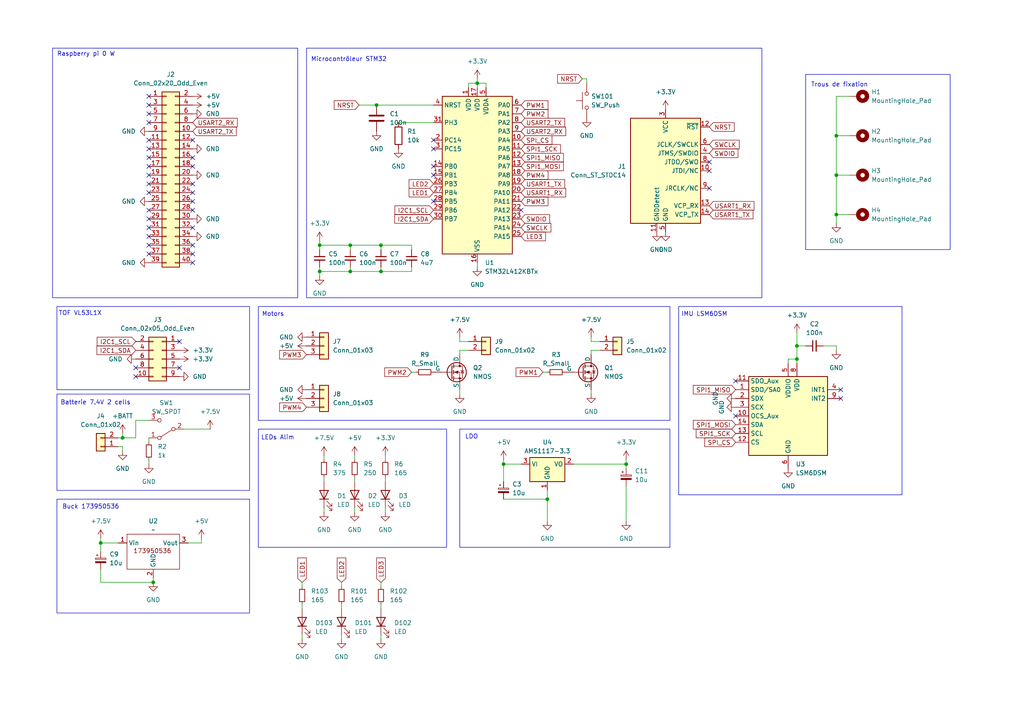
<source format=kicad_sch>
(kicad_sch (version 20231120) (generator "eeschema") (generator_version "8.0")
  (paper "A4")
  (title_block (title "Ingenuity") (date "2024-03-11") (rev "1.0") (company "ENSEA") (comment 1 "Kevin & Penelope & Joel & Elio"))
  (junction (at 44.45 168.91))
  (junction (at 242.57 62.23))
  (junction (at 29.21 157.48))
  (junction (at 158.75 144.78))
  (junction (at 92.71 71.12))
  (junction (at 110.49 71.12))
  (junction (at 138.43 24.13))
  (junction (at 242.57 39.37))
  (junction (at 181.61 134.62))
  (junction (at 109.22 30.48))
  (junction (at 35.56 127))
  (junction (at 110.49 78.74))
  (junction (at 231.14 104.14))
  (junction (at 92.71 78.74))
  (junction (at 146.05 134.62))
  (junction (at 101.6 78.74))
  (junction (at 231.14 100.33))
  (junction (at 242.57 50.8))
  (junction (at 101.6 71.12))
  (no_connect (at 43.18 53.34))
  (no_connect (at 243.84 113.03))
  (no_connect (at 55.88 60.96))
  (no_connect (at 43.18 43.18))
  (no_connect (at 125.73 48.26))
  (no_connect (at 55.88 48.26))
  (no_connect (at 55.88 55.88))
  (no_connect (at 55.88 66.04))
  (no_connect (at 205.74 54.61))
  (no_connect (at 43.18 63.5))
  (no_connect (at 43.18 55.88))
  (no_connect (at 43.18 30.48))
  (no_connect (at 39.37 109.22))
  (no_connect (at 125.73 50.8))
  (no_connect (at 125.73 58.42))
  (no_connect (at 125.73 40.64))
  (no_connect (at 213.36 110.49))
  (no_connect (at 43.18 45.72))
  (no_connect (at 243.84 115.57))
  (no_connect (at 205.74 46.99))
  (no_connect (at 55.88 76.2))
  (no_connect (at 43.18 60.96))
  (no_connect (at 43.18 48.26))
  (no_connect (at 43.18 71.12))
  (no_connect (at 52.07 106.68))
  (no_connect (at 43.18 40.64))
  (no_connect (at 213.36 120.65))
  (no_connect (at 43.18 50.8))
  (no_connect (at 205.74 49.53))
  (no_connect (at 43.18 73.66))
  (no_connect (at 55.88 45.72))
  (no_connect (at 43.18 33.02))
  (no_connect (at 43.18 66.04))
  (no_connect (at 151.13 60.96))
  (no_connect (at 55.88 40.64))
  (no_connect (at 43.18 68.58))
  (no_connect (at 55.88 53.34))
  (no_connect (at 43.18 27.94))
  (no_connect (at 39.37 106.68))
  (no_connect (at 55.88 58.42))
  (no_connect (at 43.18 35.56))
  (no_connect (at 52.07 99.06))
  (no_connect (at 55.88 73.66))
  (no_connect (at 125.73 43.18))
  (no_connect (at 55.88 71.12))
  (wire (pts (xy 34.29 157.48) (xy 29.21 157.48)))
  (wire (pts (xy 181.61 140.97) (xy 181.61 151.13)))
  (wire (pts (xy 242.57 62.23) (xy 242.57 64.77)))
  (wire (pts (xy 138.43 22.86) (xy 138.43 24.13)))
  (wire (pts (xy 242.57 62.23) (xy 246.38 62.23)))
  (wire (pts (xy 43.18 121.92) (xy 39.37 121.92)))
  (wire (pts (xy 138.43 25.4) (xy 138.43 24.13)))
  (wire (pts (xy 133.35 101.6) (xy 133.35 102.87)))
  (wire (pts (xy 35.56 130.81) (xy 35.56 129.54)))
  (wire (pts (xy 171.45 101.6) (xy 171.45 102.87)))
  (wire (pts (xy 135.89 101.6) (xy 133.35 101.6)))
  (wire (pts (xy 181.61 134.62) (xy 181.61 133.35)))
  (wire (pts (xy 93.98 138.43) (xy 93.98 139.7)))
  (wire (pts (xy 102.87 147.32) (xy 102.87 148.59)))
  (wire (pts (xy 101.6 78.74) (xy 110.49 78.74)))
  (wire (pts (xy 101.6 71.12) (xy 101.6 72.39)))
  (wire (pts (xy 92.71 69.85) (xy 92.71 71.12)))
  (wire (pts (xy 228.6 105.41) (xy 228.6 104.14)))
  (wire (pts (xy 39.37 127) (xy 35.56 127)))
  (wire (pts (xy 231.14 100.33) (xy 231.14 104.14)))
  (wire (pts (xy 101.6 77.47) (xy 101.6 78.74)))
  (wire (pts (xy 146.05 134.62) (xy 146.05 139.7)))
  (wire (pts (xy 35.56 125.73) (xy 35.56 127)))
  (wire (pts (xy 133.35 97.79) (xy 133.35 99.06)))
  (wire (pts (xy 110.49 77.47) (xy 110.49 78.74)))
  (wire (pts (xy 34.29 129.54) (xy 35.56 129.54)))
  (wire (pts (xy 242.57 39.37) (xy 246.38 39.37)))
  (wire (pts (xy 44.45 167.64) (xy 44.45 168.91)))
  (wire (pts (xy 233.68 100.33) (xy 231.14 100.33)))
  (wire (pts (xy 242.57 100.33) (xy 242.57 101.6)))
  (wire (pts (xy 119.38 72.39) (xy 119.38 71.12)))
  (wire (pts (xy 101.6 71.12) (xy 110.49 71.12)))
  (wire (pts (xy 87.63 168.91) (xy 87.63 170.18)))
  (wire (pts (xy 102.87 138.43) (xy 102.87 139.7)))
  (wire (pts (xy 93.98 148.59) (xy 93.98 147.32)))
  (wire (pts (xy 92.71 77.47) (xy 92.71 78.74)))
  (wire (pts (xy 110.49 78.74) (xy 119.38 78.74)))
  (wire (pts (xy 110.49 168.91) (xy 110.49 170.18)))
  (wire (pts (xy 242.57 50.8) (xy 246.38 50.8)))
  (wire (pts (xy 157.48 107.95) (xy 158.75 107.95)))
  (wire (pts (xy 115.57 35.56) (xy 125.73 35.56)))
  (wire (pts (xy 158.75 142.24) (xy 158.75 144.78)))
  (wire (pts (xy 168.91 22.86) (xy 170.18 22.86)))
  (wire (pts (xy 171.45 113.03) (xy 171.45 114.3)))
  (wire (pts (xy 133.35 113.03) (xy 133.35 114.3)))
  (wire (pts (xy 99.06 168.91) (xy 99.06 170.18)))
  (wire (pts (xy 140.97 24.13) (xy 140.97 25.4)))
  (wire (pts (xy 166.37 134.62) (xy 181.61 134.62)))
  (wire (pts (xy 93.98 132.08) (xy 93.98 133.35)))
  (wire (pts (xy 170.18 24.13) (xy 170.18 22.86)))
  (wire (pts (xy 173.99 101.6) (xy 171.45 101.6)))
  (wire (pts (xy 34.29 127) (xy 35.56 127)))
  (wire (pts (xy 181.61 134.62) (xy 181.61 135.89)))
  (wire (pts (xy 102.87 132.08) (xy 102.87 133.35)))
  (wire (pts (xy 99.06 175.26) (xy 99.06 176.53)))
  (wire (pts (xy 133.35 99.06) (xy 135.89 99.06)))
  (wire (pts (xy 119.38 107.95) (xy 120.65 107.95)))
  (wire (pts (xy 29.21 165.1) (xy 29.21 168.91)))
  (wire (pts (xy 171.45 99.06) (xy 173.99 99.06)))
  (wire (pts (xy 43.18 127) (xy 43.18 128.27)))
  (wire (pts (xy 104.14 30.48) (xy 109.22 30.48)))
  (wire (pts (xy 58.42 157.48) (xy 54.61 157.48)))
  (wire (pts (xy 138.43 24.13) (xy 135.89 24.13)))
  (wire (pts (xy 99.06 184.15) (xy 99.06 185.42)))
  (wire (pts (xy 242.57 27.94) (xy 242.57 39.37)))
  (wire (pts (xy 92.71 71.12) (xy 101.6 71.12)))
  (wire (pts (xy 58.42 156.21) (xy 58.42 157.48)))
  (wire (pts (xy 110.49 175.26) (xy 110.49 176.53)))
  (wire (pts (xy 231.14 96.52) (xy 231.14 100.33)))
  (wire (pts (xy 135.89 24.13) (xy 135.89 25.4)))
  (wire (pts (xy 87.63 184.15) (xy 87.63 185.42)))
  (wire (pts (xy 146.05 134.62) (xy 151.13 134.62)))
  (wire (pts (xy 138.43 76.2) (xy 138.43 77.47)))
  (wire (pts (xy 110.49 184.15) (xy 110.49 185.42)))
  (wire (pts (xy 111.76 138.43) (xy 111.76 139.7)))
  (wire (pts (xy 110.49 71.12) (xy 119.38 71.12)))
  (wire (pts (xy 43.18 133.35) (xy 43.18 134.62)))
  (wire (pts (xy 231.14 104.14) (xy 231.14 105.41)))
  (wire (pts (xy 29.21 157.48) (xy 29.21 160.02)))
  (wire (pts (xy 246.38 27.94) (xy 242.57 27.94)))
  (wire (pts (xy 242.57 39.37) (xy 242.57 50.8)))
  (wire (pts (xy 87.63 175.26) (xy 87.63 176.53)))
  (wire (pts (xy 111.76 132.08) (xy 111.76 133.35)))
  (wire (pts (xy 242.57 50.8) (xy 242.57 62.23)))
  (wire (pts (xy 171.45 97.79) (xy 171.45 99.06)))
  (wire (pts (xy 146.05 133.35) (xy 146.05 134.62)))
  (wire (pts (xy 92.71 78.74) (xy 92.71 80.01)))
  (wire (pts (xy 109.22 30.48) (xy 125.73 30.48)))
  (wire (pts (xy 138.43 24.13) (xy 140.97 24.13)))
  (wire (pts (xy 39.37 121.92) (xy 39.37 127)))
  (wire (pts (xy 92.71 71.12) (xy 92.71 72.39)))
  (wire (pts (xy 119.38 77.47) (xy 119.38 78.74)))
  (wire (pts (xy 110.49 71.12) (xy 110.49 72.39)))
  (wire (pts (xy 228.6 104.14) (xy 231.14 104.14)))
  (wire (pts (xy 29.21 168.91) (xy 44.45 168.91)))
  (wire (pts (xy 158.75 144.78) (xy 158.75 151.13)))
  (wire (pts (xy 238.76 100.33) (xy 242.57 100.33)))
  (wire (pts (xy 29.21 156.21) (xy 29.21 157.48)))
  (wire (pts (xy 92.71 78.74) (xy 101.6 78.74)))
  (wire (pts (xy 146.05 144.78) (xy 158.75 144.78)))
  (wire (pts (xy 53.34 124.46) (xy 60.96 124.46)))
  (wire (pts (xy 111.76 147.32) (xy 111.76 148.59)))
  (rectangle (start 15.24 13.97) (end 86.36 86.36))
  (rectangle (start 233.68 21.59) (end 275.59 72.39))
  (rectangle (start 16.51 88.9) (end 72.39 113.03))
  (rectangle (start 16.51 144.78) (end 72.39 177.8))
  (rectangle (start 88.9 13.97) (end 220.98 86.36))
  (rectangle (start 16.51 114.3) (end 72.39 142.24))
  (rectangle (start 133.35 124.46) (end 194.31 158.75))
  (rectangle (start 196.85 88.9) (end 261.62 143.51))
  (rectangle (start 74.93 88.9) (end 194.31 121.92))
  (rectangle (start 74.93 124.46) (end 129.54 158.75))
  (text "Trous de fixation" (at 235.204 25.4 0) (effects (font (size 1.27 1.27)) (justify left bottom)))
  (text "Motors\n" (at 75.946 91.948 0) (effects (font (size 1.27 1.27)) (justify left bottom)))
  (text "LDO" (at 134.874 127.508 0) (effects (font (size 1.27 1.27)) (justify left bottom)))
  (text "Buck 173950536\n" (at 18.034 147.828 0) (effects (font (size 1.27 1.27)) (justify left bottom)))
  (text "Raspberry pi 0 W" (at 16.51 16.51 0) (effects (font (size 1.27 1.27)) (justify left bottom)))
  (text "IMU LSM6DSM\n" (at 197.612 91.948 0) (effects (font (size 1.27 1.27)) (justify left bottom)))
  (text "Batterie 7.4V 2 cells\n" (at 17.526 117.602 0) (effects (font (size 1.27 1.27)) (justify left bottom)))
  (text "LEDs Alim\n" (at 75.692 127.762 0) (effects (font (size 1.27 1.27)) (justify left bottom)))
  (text "Microcontrôleur STM32" (at 90.17 18.034 0) (effects (font (size 1.27 1.27)) (justify left bottom)))
  (text "TOF VL53L1X" (at 17.018 91.694 0) (effects (font (size 1.27 1.27)) (justify left bottom)))
  (global_label "PWM1" (shape input) (at 157.48 107.95 180) (property "Intersheetrefs" "${INTERSHEET_REFS}" (effects (hide yes))))
  (global_label "SWDIO" (shape input) (at 151.13 63.5 0) (property "Intersheetrefs" "${INTERSHEET_REFS}" (effects (hide yes))))
  (global_label "SPI1_SCK" (shape input) (at 151.13 43.18 0) (property "Intersheetrefs" "${INTERSHEET_REFS}" (effects (hide yes))))
  (global_label "USART1_RX" (shape input) (at 205.74 59.69 0) (property "Intersheetrefs" "${INTERSHEET_REFS}" (effects (hide yes))))
  (global_label "NRST" (shape input) (at 205.74 36.83 0) (property "Intersheetrefs" "${INTERSHEET_REFS}" (effects (hide yes))))
  (global_label "USART1_TX" (shape input) (at 205.74 62.23 0) (property "Intersheetrefs" "${INTERSHEET_REFS}" (effects (hide yes))))
  (global_label "NRST" (shape input) (at 168.91 22.86 180) (property "Intersheetrefs" "${INTERSHEET_REFS}" (effects (hide yes))))
  (global_label "PWM1" (shape input) (at 151.13 30.48 0) (property "Intersheetrefs" "${INTERSHEET_REFS}" (effects (hide yes))))
  (global_label "SPI1_MOSI" (shape input) (at 213.36 123.19 180) (property "Intersheetrefs" "${INTERSHEET_REFS}" (effects (hide yes))))
  (global_label "USART2_RX" (shape input) (at 151.13 38.1 0) (property "Intersheetrefs" "${INTERSHEET_REFS}" (effects (hide yes))))
  (global_label "USART1_RX" (shape input) (at 151.13 55.88 0) (property "Intersheetrefs" "${INTERSHEET_REFS}" (effects (hide yes))))
  (global_label "USART2_RX" (shape input) (at 55.88 35.56 0) (property "Intersheetrefs" "${INTERSHEET_REFS}" (effects (hide yes))))
  (global_label "I2C1_SDA" (shape input) (at 39.37 101.6 180) (property "Intersheetrefs" "${INTERSHEET_REFS}" (effects (hide yes))))
  (global_label "SPI1_MOSI" (shape input) (at 151.13 48.26 0) (property "Intersheetrefs" "${INTERSHEET_REFS}" (effects (hide yes))))
  (global_label "SPI_CS" (shape input) (at 213.36 128.27 180) (property "Intersheetrefs" "${INTERSHEET_REFS}" (effects (hide yes))))
  (global_label "I2C1_SDA" (shape input) (at 125.73 63.5 180) (property "Intersheetrefs" "${INTERSHEET_REFS}" (effects (hide yes))))
  (global_label "PWM2" (shape input) (at 151.13 33.02 0) (property "Intersheetrefs" "${INTERSHEET_REFS}" (effects (hide yes))))
  (global_label "PWM3" (shape input) (at 88.9 102.87 180) (property "Intersheetrefs" "${INTERSHEET_REFS}" (effects (hide yes))))
  (global_label "SWCLK" (shape input) (at 151.13 66.04 0) (property "Intersheetrefs" "${INTERSHEET_REFS}" (effects (hide yes))))
  (global_label "LED2" (shape input) (at 99.06 168.91 90) (property "Intersheetrefs" "${INTERSHEET_REFS}" (effects (hide yes))))
  (global_label "PWM3" (shape input) (at 151.13 58.42 0) (property "Intersheetrefs" "${INTERSHEET_REFS}" (effects (hide yes))))
  (global_label "LED3" (shape input) (at 151.13 68.58 0) (property "Intersheetrefs" "${INTERSHEET_REFS}" (effects (hide yes))))
  (global_label "PWM4" (shape input) (at 151.13 50.8 0) (property "Intersheetrefs" "${INTERSHEET_REFS}" (effects (hide yes))))
  (global_label "LED2" (shape input) (at 125.73 53.34 180) (property "Intersheetrefs" "${INTERSHEET_REFS}" (effects (hide yes))))
  (global_label "USART2_TX" (shape input) (at 151.13 35.56 0) (property "Intersheetrefs" "${INTERSHEET_REFS}" (effects (hide yes))))
  (global_label "LED1" (shape input) (at 125.73 55.88 180) (property "Intersheetrefs" "${INTERSHEET_REFS}" (effects (hide yes))))
  (global_label "SWDIO" (shape input) (at 205.74 44.45 0) (property "Intersheetrefs" "${INTERSHEET_REFS}" (effects (hide yes))))
  (global_label "SPI_CS" (shape input) (at 151.13 40.64 0) (property "Intersheetrefs" "${INTERSHEET_REFS}" (effects (hide yes))))
  (global_label "SPI1_SCK" (shape input) (at 213.36 125.73 180) (property "Intersheetrefs" "${INTERSHEET_REFS}" (effects (hide yes))))
  (global_label "SWCLK" (shape input) (at 205.74 41.91 0) (property "Intersheetrefs" "${INTERSHEET_REFS}" (effects (hide yes))))
  (global_label "SPI1_MISO" (shape input) (at 151.13 45.72 0) (property "Intersheetrefs" "${INTERSHEET_REFS}" (effects (hide yes))))
  (global_label "I2C1_SCL" (shape input) (at 39.37 99.06 180) (property "Intersheetrefs" "${INTERSHEET_REFS}" (effects (hide yes))))
  (global_label "USART2_TX" (shape input) (at 55.88 38.1 0) (property "Intersheetrefs" "${INTERSHEET_REFS}" (effects (hide yes))))
  (global_label "PWM2" (shape input) (at 119.38 107.95 180) (property "Intersheetrefs" "${INTERSHEET_REFS}" (effects (hide yes))))
  (global_label "LED3" (shape input) (at 110.49 168.91 90) (property "Intersheetrefs" "${INTERSHEET_REFS}" (effects (hide yes))))
  (global_label "PWM4" (shape input) (at 88.9 118.11 180) (property "Intersheetrefs" "${INTERSHEET_REFS}" (effects (hide yes))))
  (global_label "USART1_TX" (shape input) (at 151.13 53.34 0) (property "Intersheetrefs" "${INTERSHEET_REFS}" (effects (hide yes))))
  (global_label "NRST" (shape input) (at 104.14 30.48 180) (property "Intersheetrefs" "${INTERSHEET_REFS}" (effects (hide yes))))
  (global_label "I2C1_SCL" (shape input) (at 125.73 60.96 180) (property "Intersheetrefs" "${INTERSHEET_REFS}" (effects (hide yes))))
  (global_label "LED1" (shape input) (at 87.63 168.91 90) (property "Intersheetrefs" "${INTERSHEET_REFS}" (effects (hide yes))))
  (global_label "SPI1_MISO" (shape input) (at 213.36 113.03 180) (property "Intersheetrefs" "${INTERSHEET_REFS}" (effects (hide yes))))
  (symbol (lib_id "Device:R_Small") (at 123.19 107.95 90) (unit 1)
    (property "Reference" "R9" (at 123.19 102.87 90))
    (property "Value" "R_Small" (at 123.19 105.41 90))
    (property "Footprint" "Resistor_SMD:R_0402_1005Metric" (effects (hide yes)))
    (property "Description" "Resistor, small symbol" (effects (hide yes)))
  )
  (symbol (lib_name "GND_1") (lib_id "power:GND") (at 109.22 38.1 0) (unit 1)
    (property "Reference" "#PWR07" (effects (hide yes)))
    (property "Value" "GND" (at 109.22 43.18 0))
    (property "Description" "Power symbol creates a global label with name \"GND\" , ground" (effects (hide yes)))
  )
  (symbol (lib_id "Device:C_Polarized_Small") (at 181.61 138.43 0) (unit 1)
    (property "Reference" "C11" (at 184.15 136.6138 0) (effects (justify left)))
    (property "Value" "10u" (at 184.15 139.1538 0) (effects (justify left)))
    (property "Footprint" "Capacitor_SMD:C_0603_1608Metric" (effects (hide yes)))
    (property "Description" "Polarized capacitor, small symbol" (effects (hide yes)))
  )
  (symbol (lib_id "power:GND") (at 171.45 114.3 0) (unit 1)
    (property "Reference" "#PWR039" (effects (hide yes)))
    (property "Value" "GND" (at 171.45 119.38 0))
    (property "Description" "Power symbol creates a global label with name \"GND\" , ground" (effects (hide yes)))
  )
  (symbol (lib_id "power:+BATT") (at 35.56 125.73 0) (unit 1)
    (property "Reference" "#PWR032" (effects (hide yes)))
    (property "Value" "+BATT" (at 35.56 120.65 0))
    (property "Description" "Power symbol creates a global label with name \"+BATT\"" (effects (hide yes)))
  )
  (symbol (lib_id "Switch:SW_Push") (at 170.18 29.21 90) (unit 1)
    (property "Reference" "SW101" (at 171.45 27.9399 90) (effects (justify right)))
    (property "Value" "SW_Push" (at 171.45 30.4799 90) (effects (justify right)))
    (property "Footprint" "Button_Switch_SMD:SW_Push_1P1T_NO_6x6mm_H9.5mm" (effects (hide yes)))
    (property "Description" "Push button switch, generic, two pins" (effects (hide yes)))
  )
  (symbol (lib_id "power:GND") (at 102.87 148.59 0) (unit 1)
    (property "Reference" "#PWR050" (effects (hide yes)))
    (property "Value" "GND" (at 102.87 153.67 0))
    (property "Description" "Power symbol creates a global label with name \"GND\" , ground" (effects (hide yes)))
  )
  (symbol (lib_id "Mechanical:MountingHole_Pad") (at 248.92 39.37 270) (unit 1)
    (property "Reference" "H2" (at 252.73 38.1 90) (effects (justify left)))
    (property "Value" "MountingHole_Pad" (at 252.73 40.64 90) (effects (justify left)))
    (property "Footprint" "MountingHole:MountingHole_2.7mm_M2.5_DIN965_Pad" (effects (hide yes)))
  )
  (symbol (lib_id "power:+7.5V") (at 171.45 97.79 0) (unit 1)
    (property "Reference" "#PWR038" (effects (hide yes)))
    (property "Value" "+7.5V" (at 171.45 92.71 0))
    (property "Description" "Power symbol creates a global label with name \"+7.5V\"" (effects (hide yes)))
  )
  (symbol (lib_id "power:GND") (at 93.98 148.59 0) (unit 1)
    (property "Reference" "#PWR049" (effects (hide yes)))
    (property "Value" "GND" (at 93.98 153.67 0))
    (property "Description" "Power symbol creates a global label with name \"GND\" , ground" (effects (hide yes)))
  )
  (symbol (lib_id "Connector_Generic:Conn_02x05_Odd_Even") (at 46.99 104.14 0) (mirror y) (unit 1)
    (property "Reference" "J3" (at 45.72 92.71 0))
    (property "Value" "Conn_02x05_Odd_Even" (at 45.72 95.25 0))
    (property "Footprint" "Connector_PinHeader_2.54mm:PinHeader_2x05_P2.54mm_Vertical" (effects (hide yes)))
    (property "Description" "Generic connector, double row, 02x05, odd/even pin numbering scheme (row 1 odd numbers, row 2 even numbers), script generated (kicad-library-utils/schlib/autogen/connector/)" (effects (hide yes)))
  )
  (symbol (lib_id "power:GND") (at 213.36 118.11 270) (mirror x) (unit 1)
    (property "Reference" "#PWR09" (effects (hide yes)))
    (property "Value" "GND" (at 209.296 118.11 0))
    (property "Description" "Power symbol creates a global label with name \"GND\" , ground" (effects (hide yes)))
  )
  (symbol (lib_id "power:+5V") (at 58.42 156.21 0) (unit 1)
    (property "Reference" "#PWR037" (effects (hide yes)))
    (property "Value" "+5V" (at 58.42 151.13 0))
    (property "Description" "Power symbol creates a global label with name \"+5V\"" (effects (hide yes)))
  )
  (symbol (lib_id "Connector_Generic:Conn_01x02") (at 179.07 99.06 0) (unit 1)
    (property "Reference" "J5" (at 181.61 99.0599 0) (effects (justify left)))
    (property "Value" "Conn_01x02" (at 181.61 101.5999 0) (effects (justify left)))
    (property "Footprint" "Connector_JST:JST_XH_B2B-XH-A_1x02_P2.50mm_Vertical" (effects (hide yes)))
    (property "Description" "Generic connector, single row, 01x02, script generated (kicad-library-utils/schlib/autogen/connector/)" (effects (hide yes)))
  )
  (symbol (lib_id "power:GND") (at 111.76 148.59 0) (unit 1)
    (property "Reference" "#PWR051" (effects (hide yes)))
    (property "Value" "GND" (at 111.76 153.67 0))
    (property "Description" "Power symbol creates a global label with name \"GND\" , ground" (effects (hide yes)))
  )
  (symbol (lib_id "power:GND") (at 88.9 97.79 270) (unit 1)
    (property "Reference" "#PWR040" (effects (hide yes)))
    (property "Value" "GND" (at 85.09 97.7899 90) (effects (justify right)))
    (property "Description" "Power symbol creates a global label with name \"GND\" , ground" (effects (hide yes)))
  )
  (symbol (lib_id "Device:R_Small") (at 111.76 135.89 0) (unit 1)
    (property "Reference" "R6" (at 114.3 134.6199 0) (effects (justify left)))
    (property "Value" "165" (at 114.3 137.1599 0) (effects (justify left)))
    (property "Footprint" "Resistor_SMD:R_0402_1005Metric" (effects (hide yes)))
    (property "Description" "Resistor, small symbol" (effects (hide yes)))
  )
  (symbol (lib_id "Device:LED") (at 99.06 180.34 90) (unit 1)
    (property "Reference" "D101" (at 102.87 180.6574 90) (effects (justify right)))
    (property "Value" "LED" (at 102.87 183.1974 90) (effects (justify right)))
    (property "Footprint" "LED_SMD:LED_0603_1608Metric" (effects (hide yes)))
    (property "Description" "Light emitting diode" (effects (hide yes)))
  )
  (symbol (lib_id "power:GND") (at 55.88 68.58 90) (unit 1)
    (property "Reference" "#PWR020" (effects (hide yes)))
    (property "Value" "GND" (at 59.69 68.5799 90) (effects (justify right)))
    (property "Description" "Power symbol creates a global label with name \"GND\" , ground" (effects (hide yes)))
  )
  (symbol (lib_id "Regulator_Linear:AMS1117-3.3") (at 158.75 134.62 0) (unit 1)
    (property "Reference" "U4" (at 158.75 128.27 0))
    (property "Value" "AMS1117-3.3" (at 158.75 130.81 0))
    (property "Footprint" "Package_TO_SOT_SMD:SOT-223-3_TabPin2" (effects (hide yes)))
    (property "Datasheet" "http://www.advanced-monolithic.com/pdf/ds1117.pdf" (effects (hide yes)))
    (property "Description" "1A Low Dropout regulator, positive, 3.3V fixed output, SOT-223" (effects (hide yes)))
  )
  (symbol (lib_id "power:GND") (at 158.75 151.13 0) (unit 1)
    (property "Reference" "#PWR043" (effects (hide yes)))
    (property "Value" "GND" (at 158.75 156.21 0))
    (property "Description" "Power symbol creates a global label with name \"GND\" , ground" (effects (hide yes)))
  )
  (symbol (lib_id "power:GND") (at 35.56 130.81 0) (unit 1)
    (property "Reference" "#PWR031" (effects (hide yes)))
    (property "Value" "GND" (at 35.56 135.89 0))
    (property "Description" "Power symbol creates a global label with name \"GND\" , ground" (effects (hide yes)))
  )
  (symbol (lib_id "power:GND") (at 138.43 77.47 0) (unit 1)
    (property "Reference" "#PWR04" (effects (hide yes)))
    (property "Value" "GND" (at 138.43 82.55 0))
  )
  (symbol (lib_id "Device:C_Small") (at 110.49 74.93 0) (unit 1)
    (property "Reference" "C7" (at 113.03 73.6662 0) (effects (justify left)))
    (property "Value" "100n" (at 113.03 76.2062 0) (effects (justify left)))
    (property "Footprint" "Capacitor_SMD:C_0402_1005Metric" (effects (hide yes)))
    (property "Description" "Unpolarized capacitor, small symbol" (effects (hide yes)))
  )
  (symbol (lib_id "Device:R_Small") (at 161.29 107.95 90) (unit 1)
    (property "Reference" "R3" (at 161.29 102.87 90))
    (property "Value" "R_Small" (at 161.29 105.41 90))
    (property "Footprint" "Resistor_SMD:R_0402_1005Metric" (effects (hide yes)))
    (property "Description" "Resistor, small symbol" (effects (hide yes)))
  )
  (symbol (lib_id "power:GND") (at 242.57 64.77 0) (unit 1)
    (property "Reference" "#PWR01" (effects (hide yes)))
    (property "Value" "GND" (at 242.57 69.85 0))
  )
  (symbol (lib_id "Sensor_Motion:LSM6DSM") (at 228.6 120.65 0) (unit 1)
    (property "Reference" "U3" (at 230.7941 134.62 0) (effects (justify left)))
    (property "Value" "LSM6DSM" (at 230.7941 137.16 0) (effects (justify left)))
    (property "Footprint" "Package_LGA:LGA-14_3x2.5mm_P0.5mm_LayoutBorder3x4y" (effects (hide yes)))
    (property "Datasheet" "https://www.st.com/resource/en/datasheet/lsm6dsm.pdf" (effects (hide yes)))
    (property "Description" "I2C/SPI, iNEMO inertial module: always-on 3D accelerometer and 3D gyroscope, with auxiliary SPI, 1.71V to 3.6V VCC" (effects (hide yes)))
  )
  (symbol (lib_id "Mechanical:MountingHole_Pad") (at 248.92 50.8 270) (unit 1)
    (property "Reference" "H3" (at 252.73 49.53 90) (effects (justify left)))
    (property "Value" "MountingHole_Pad" (at 252.73 52.07 90) (effects (justify left)))
    (property "Footprint" "MountingHole:MountingHole_2.7mm_M2.5_DIN965_Pad" (effects (hide yes)))
  )
  (symbol (lib_id "Switch:SW_SPDT") (at 48.26 124.46 180) (unit 1)
    (property "Reference" "SW1" (at 48.26 116.84 0))
    (property "Value" "SW_SPDT" (at 48.26 119.38 0))
    (property "Footprint" "mesmodules:SW_472121010111" (effects (hide yes)))
    (property "Description" "Switch, single pole double throw" (effects (hide yes)))
    (property "MPN" "472121010111" (effects (hide yes)))
  )
  (symbol (lib_id "power:+5V") (at 55.88 30.48 270) (unit 1)
    (property "Reference" "#PWR015" (effects (hide yes)))
    (property "Value" "+5V" (at 59.69 30.4799 90) (effects (justify left)))
    (property "Description" "Power symbol creates a global label with name \"+5V\"" (effects (hide yes)))
  )
  (symbol (lib_id "power:+5V") (at 88.9 115.57 90) (unit 1)
    (property "Reference" "#PWR047" (effects (hide yes)))
    (property "Value" "+5V" (at 85.09 115.5699 90) (effects (justify left)))
    (property "Description" "Power symbol creates a global label with name \"+5V\"" (effects (hide yes)))
  )
  (symbol (lib_id "power:+3.3V") (at 231.14 96.52 0) (unit 1)
    (property "Reference" "#PWR08" (effects (hide yes)))
    (property "Value" "+3.3V" (at 231.14 91.44 0))
    (property "Description" "Power symbol creates a global label with name \"+3.3V\"" (effects (hide yes)))
  )
  (symbol (lib_id "power:GND") (at 99.06 185.42 0) (unit 1)
    (property "Reference" "#PWR0103" (effects (hide yes)))
    (property "Value" "GND" (at 99.06 190.5 0))
    (property "Description" "Power symbol creates a global label with name \"GND\" , ground" (effects (hide yes)))
  )
  (symbol (lib_id "power:GND") (at 88.9 113.03 270) (unit 1)
    (property "Reference" "#PWR048" (effects (hide yes)))
    (property "Value" "GND" (at 85.09 113.0299 90) (effects (justify right)))
    (property "Description" "Power symbol creates a global label with name \"GND\" , ground" (effects (hide yes)))
  )
  (symbol (lib_id "Device:LED") (at 87.63 180.34 90) (unit 1)
    (property "Reference" "D103" (at 91.44 180.6574 90) (effects (justify right)))
    (property "Value" "LED" (at 91.44 183.1974 90) (effects (justify right)))
    (property "Footprint" "LED_SMD:LED_0603_1608Metric" (effects (hide yes)))
    (property "Description" "Light emitting diode" (effects (hide yes)))
  )
  (symbol (lib_id "Device:LED") (at 93.98 143.51 90) (unit 1)
    (property "Reference" "D1" (at 97.79 143.8274 90) (effects (justify right)))
    (property "Value" "LED" (at 97.79 146.3674 90) (effects (justify right)))
    (property "Footprint" "LED_SMD:LED_0603_1608Metric" (effects (hide yes)))
    (property "Description" "Light emitting diode" (effects (hide yes)))
  )
  (symbol (lib_id "Device:LED") (at 111.76 143.51 90) (unit 1)
    (property "Reference" "D3" (at 115.57 143.8274 90) (effects (justify right)))
    (property "Value" "LED" (at 115.57 146.3674 90) (effects (justify right)))
    (property "Footprint" "LED_SMD:LED_0603_1608Metric" (effects (hide yes)))
    (property "Description" "Light emitting diode" (effects (hide yes)))
  )
  (symbol (lib_id "Connector_Generic:Conn_02x20_Odd_Even") (at 48.26 50.8 0) (unit 1)
    (property "Reference" "J2" (at 49.53 21.59 0))
    (property "Value" "Conn_02x20_Odd_Even" (at 49.53 24.13 0))
    (property "Footprint" "Connector_PinHeader_2.54mm:PinHeader_2x20_P2.54mm_Vertical" (effects (hide yes)))
    (property "Description" "Generic connector, double row, 02x20, odd/even pin numbering scheme (row 1 odd numbers, row 2 even numbers), script generated (kicad-library-utils/schlib/autogen/connector/)" (effects (hide yes)))
  )
  (symbol (lib_id "Device:C_Small") (at 92.71 74.93 0) (unit 1)
    (property "Reference" "C5" (at 95.25 73.6662 0) (effects (justify left)))
    (property "Value" "100n" (at 95.25 76.2062 0) (effects (justify left)))
    (property "Footprint" "Capacitor_SMD:C_0402_1005Metric" (effects (hide yes)))
    (property "Description" "Unpolarized capacitor, small symbol" (effects (hide yes)))
  )
  (symbol (lib_id "power:+5V") (at 146.05 133.35 0) (unit 1)
    (property "Reference" "#PWR042" (effects (hide yes)))
    (property "Value" "+5V" (at 146.05 128.27 0))
    (property "Description" "Power symbol creates a global label with name \"+5V\"" (effects (hide yes)))
  )
  (symbol (lib_id "power:+7.5V") (at 93.98 132.08 0) (unit 1)
    (property "Reference" "#PWR044" (effects (hide yes)))
    (property "Value" "+7.5V" (at 93.98 127 0))
    (property "Description" "Power symbol creates a global label with name \"+7.5V\"" (effects (hide yes)))
  )
  (symbol (lib_id "power:+3.3V") (at 111.76 132.08 0) (unit 1)
    (property "Reference" "#PWR046" (effects (hide yes)))
    (property "Value" "+3.3V" (at 111.76 127 0))
    (property "Description" "Power symbol creates a global label with name \"+3.3V\"" (effects (hide yes)))
  )
  (symbol (lib_id "Device:R_Small") (at 93.98 135.89 0) (unit 1)
    (property "Reference" "R4" (at 96.52 134.6199 0) (effects (justify left)))
    (property "Value" "375" (at 96.52 137.1599 0) (effects (justify left)))
    (property "Footprint" "Resistor_SMD:R_0402_1005Metric" (effects (hide yes)))
    (property "Description" "Resistor, small symbol" (effects (hide yes)))
  )
  (symbol (lib_id "power:GND") (at 55.88 33.02 90) (unit 1)
    (property "Reference" "#PWR016" (effects (hide yes)))
    (property "Value" "GND" (at 59.69 33.0199 90) (effects (justify right)))
    (property "Description" "Power symbol creates a global label with name \"GND\" , ground" (effects (hide yes)))
  )
  (symbol (lib_id "Connector_Generic:Conn_01x03") (at 93.98 115.57 0) (unit 1)
    (property "Reference" "J8" (at 96.52 114.2999 0) (effects (justify left)))
    (property "Value" "Conn_01x03" (at 96.52 116.8399 0) (effects (justify left)))
    (property "Footprint" "Connector_JST:JST_XH_B3B-XH-A_1x03_P2.50mm_Vertical" (effects (hide yes)))
    (property "Description" "Generic connector, single row, 01x03, script generated (kicad-library-utils/schlib/autogen/connector/)" (effects (hide yes)))
  )
  (symbol (lib_id "power:GND") (at 87.63 185.42 0) (unit 1)
    (property "Reference" "#PWR0107" (effects (hide yes)))
    (property "Value" "GND" (at 87.63 190.5 0))
    (property "Description" "Power symbol creates a global label with name \"GND\" , ground" (effects (hide yes)))
  )
  (symbol (lib_id "power:+7.5V") (at 133.35 97.79 0) (unit 1)
    (property "Reference" "#PWR055" (effects (hide yes)))
    (property "Value" "+7.5V" (at 133.35 92.71 0))
    (property "Description" "Power symbol creates a global label with name \"+7.5V\"" (effects (hide yes)))
  )
  (symbol (lib_id "power:GND") (at 55.88 43.18 90) (unit 1)
    (property "Reference" "#PWR017" (effects (hide yes)))
    (property "Value" "GND" (at 59.69 43.1799 90) (effects (justify right)))
    (property "Description" "Power symbol creates a global label with name \"GND\" , ground" (effects (hide yes)))
  )
  (symbol (lib_id "power:GND") (at 43.18 38.1 270) (unit 1)
    (property "Reference" "#PWR023" (effects (hide yes)))
    (property "Value" "GND" (at 39.37 38.0999 90) (effects (justify right)))
    (property "Description" "Power symbol creates a global label with name \"GND\" , ground" (effects (hide yes)))
  )
  (symbol (lib_id "power:GND") (at 242.57 101.6 0) (mirror y) (unit 1)
    (property "Reference" "#PWR011" (effects (hide yes)))
    (property "Value" "GND" (at 242.57 106.68 0))
    (property "Description" "Power symbol creates a global label with name \"GND\" , ground" (effects (hide yes)))
  )
  (symbol (lib_id "Device:R") (at 115.57 39.37 0) (unit 1)
    (property "Reference" "R1" (at 118.11 38.0999 0) (effects (justify left)))
    (property "Value" "10k" (at 118.11 40.6399 0) (effects (justify left)))
    (property "Footprint" "Resistor_SMD:R_0402_1005Metric" (effects (hide yes)))
    (property "Description" "Resistor" (effects (hide yes)))
  )
  (symbol (lib_id "Device:LED") (at 110.49 180.34 90) (unit 1)
    (property "Reference" "D102" (at 114.3 180.6574 90) (effects (justify right)))
    (property "Value" "LED" (at 114.3 183.1974 90) (effects (justify right)))
    (property "Footprint" "LED_SMD:LED_0603_1608Metric" (effects (hide yes)))
    (property "Description" "Light emitting diode" (effects (hide yes)))
  )
  (symbol (lib_id "power:GND") (at 55.88 63.5 90) (unit 1)
    (property "Reference" "#PWR019" (effects (hide yes)))
    (property "Value" "GND" (at 59.69 63.4999 90) (effects (justify right)))
    (property "Description" "Power symbol creates a global label with name \"GND\" , ground" (effects (hide yes)))
  )
  (symbol (lib_id "power:+7.5V") (at 60.96 124.46 0) (unit 1)
    (property "Reference" "#PWR033" (effects (hide yes)))
    (property "Value" "+7.5V" (at 60.96 119.38 0))
    (property "Description" "Power symbol creates a global label with name \"+7.5V\"" (effects (hide yes)))
  )
  (symbol (lib_id "power:GND") (at 39.37 104.14 270) (unit 1)
    (property "Reference" "#PWR027" (effects (hide yes)))
    (property "Value" "GND" (at 35.56 104.1399 90) (effects (justify right)))
    (property "Description" "Power symbol creates a global label with name \"GND\" , ground" (effects (hide yes)))
  )
  (symbol (lib_id "Device:R_Small") (at 102.87 135.89 0) (unit 1)
    (property "Reference" "R5" (at 105.41 134.6199 0) (effects (justify left)))
    (property "Value" "250" (at 105.41 137.1599 0) (effects (justify left)))
    (property "Footprint" "Resistor_SMD:R_0402_1005Metric" (effects (hide yes)))
    (property "Description" "Resistor, small symbol" (effects (hide yes)))
  )
  (symbol (lib_id "power:GND") (at 110.49 185.42 0) (unit 1)
    (property "Reference" "#PWR0105" (effects (hide yes)))
    (property "Value" "GND" (at 110.49 190.5 0))
    (property "Description" "Power symbol creates a global label with name \"GND\" , ground" (effects (hide yes)))
  )
  (symbol (lib_id "Device:C_Small") (at 236.22 100.33 90) (unit 1)
    (property "Reference" "C2" (at 236.2263 93.98 90))
    (property "Value" "100n" (at 236.2263 96.52 90))
    (property "Footprint" "Capacitor_SMD:C_0402_1005Metric" (effects (hide yes)))
    (property "Description" "Unpolarized capacitor, small symbol" (effects (hide yes)))
  )
  (symbol (lib_id "Device:C_Polarized_Small") (at 29.21 162.56 0) (unit 1)
    (property "Reference" "C9" (at 31.75 160.7438 0) (effects (justify left)))
    (property "Value" "10u" (at 31.75 163.2838 0) (effects (justify left)))
    (property "Footprint" "Capacitor_SMD:C_0603_1608Metric" (effects (hide yes)))
    (property "Description" "Polarized capacitor, small symbol" (effects (hide yes)))
  )
  (symbol (lib_id "mylib:173950536") (at 44.45 157.48 0) (unit 1)
    (property "Reference" "U2" (at 44.45 151.13 0))
    (property "Value" "~" (at 44.45 153.67 0))
    (property "Footprint" "mesmodules:Buck_17395xx36" (effects (hide yes)))
  )
  (symbol (lib_id "power:GND") (at 181.61 151.13 0) (mirror y) (unit 1)
    (property "Reference" "#PWR054" (effects (hide yes)))
    (property "Value" "GND" (at 181.61 156.21 0))
    (property "Description" "Power symbol creates a global label with name \"GND\" , ground" (effects (hide yes)))
  )
  (symbol (lib_id "power:+7.5V") (at 29.21 156.21 0) (unit 1)
    (property "Reference" "#PWR035" (effects (hide yes)))
    (property "Value" "+7.5V" (at 29.21 151.13 0))
    (property "Description" "Power symbol creates a global label with name \"+7.5V\"" (effects (hide yes)))
  )
  (symbol (lib_id "Device:C_Small") (at 119.38 74.93 0) (unit 1)
    (property "Reference" "C8" (at 121.92 73.6662 0) (effects (justify left)))
    (property "Value" "4u7" (at 121.92 76.2062 0) (effects (justify left)))
    (property "Footprint" "Capacitor_SMD:C_0402_1005Metric" (effects (hide yes)))
    (property "Description" "Unpolarized capacitor, small symbol" (effects (hide yes)))
  )
  (symbol (lib_id "power:GND") (at 92.71 80.01 0) (unit 1)
    (property "Reference" "#PWR05" (effects (hide yes)))
    (property "Value" "GND" (at 92.71 85.09 0))
  )
  (symbol (lib_id "Mechanical:MountingHole_Pad") (at 248.92 27.94 270) (unit 1)
    (property "Reference" "H1" (at 252.73 26.67 90) (effects (justify left)))
    (property "Value" "MountingHole_Pad" (at 252.73 29.21 90) (effects (justify left)))
    (property "Footprint" "MountingHole:MountingHole_2.7mm_M2.5_DIN965_Pad" (effects (hide yes)))
  )
  (symbol (lib_id "Connector:Conn_ST_STDC14") (at 193.04 49.53 0) (unit 1)
    (property "Reference" "J1" (at 181.61 48.2599 0) (effects (justify right)))
    (property "Value" "Conn_ST_STDC14" (at 181.61 50.7999 0) (effects (justify right)))
    (property "Footprint" "Connector_PinHeader_1.27mm:PinHeader_2x07_P1.27mm_Vertical_SMD" (effects (hide yes)))
    (property "Datasheet" "https://www.st.com/content/ccc/resource/technical/document/user_manual/group1/99/49/91/b6/b2/3a/46/e5/DM00526767/files/DM00526767.pdf/jcr:content/translations/en.DM00526767.pdf" (effects (hide yes)))
    (property "Description" "ST Debug Connector, standard ARM Cortex-M SWD and JTAG interface plus UART" (effects (hide yes)))
  )
  (symbol (lib_id "power:+5V") (at 102.87 132.08 0) (unit 1)
    (property "Reference" "#PWR045" (effects (hide yes)))
    (property "Value" "+5V" (at 102.87 127 0))
    (property "Description" "Power symbol creates a global label with name \"+5V\"" (effects (hide yes)))
  )
  (symbol (lib_id "power:GND") (at 213.36 115.57 270) (mirror x) (unit 1)
    (property "Reference" "#PWR010" (effects (hide yes)))
    (property "Value" "GND" (at 207.518 115.57 0))
    (property "Description" "Power symbol creates a global label with name \"GND\" , ground" (effects (hide yes)))
  )
  (symbol (lib_id "power:GND") (at 55.88 50.8 90) (unit 1)
    (property "Reference" "#PWR018" (effects (hide yes)))
    (property "Value" "GND" (at 59.69 50.7999 90) (effects (justify right)))
    (property "Description" "Power symbol creates a global label with name \"GND\" , ground" (effects (hide yes)))
  )
  (symbol (lib_name "GND_1") (lib_id "power:GND") (at 115.57 43.18 0) (unit 1)
    (property "Reference" "#PWR03" (effects (hide yes)))
    (property "Value" "GND" (at 115.57 48.26 0))
    (property "Description" "Power symbol creates a global label with name \"GND\" , ground" (effects (hide yes)))
  )
  (symbol (lib_id "power:GND") (at 43.18 134.62 0) (unit 1)
    (property "Reference" "#PWR034" (effects (hide yes)))
    (property "Value" "GND" (at 43.18 139.7 0))
    (property "Description" "Power symbol creates a global label with name \"GND\" , ground" (effects (hide yes)))
  )
  (symbol (lib_id "power:GND") (at 44.45 168.91 0) (unit 1)
    (property "Reference" "#PWR036" (effects (hide yes)))
    (property "Value" "GND" (at 44.45 173.99 0))
    (property "Description" "Power symbol creates a global label with name \"GND\" , ground" (effects (hide yes)))
  )
  (symbol (lib_id "Device:LED") (at 102.87 143.51 90) (unit 1)
    (property "Reference" "D2" (at 106.68 143.8274 90) (effects (justify right)))
    (property "Value" "LED" (at 106.68 146.3674 90) (effects (justify right)))
    (property "Footprint" "LED_SMD:LED_0603_1608Metric" (effects (hide yes)))
    (property "Description" "Light emitting diode" (effects (hide yes)))
  )
  (symbol (lib_id "power:GND") (at 190.5 67.31 0) (unit 1)
    (property "Reference" "#PWR025" (effects (hide yes)))
    (property "Value" "GND" (at 190.5 72.39 0))
  )
  (symbol (lib_id "power:GND") (at 193.04 67.31 0) (unit 1)
    (property "Reference" "#PWR024" (effects (hide yes)))
    (property "Value" "GND" (at 193.04 72.39 0))
  )
  (symbol (lib_id "power:+3.3V") (at 92.71 69.85 0) (unit 1)
    (property "Reference" "#PWR012" (effects (hide yes)))
    (property "Value" "+3.3V" (at 92.71 64.77 0))
  )
  (symbol (lib_id "Connector_Generic:Conn_01x02") (at 29.21 129.54 180) (unit 1)
    (property "Reference" "J4" (at 29.21 120.65 0))
    (property "Value" "Conn_01x02" (at 29.21 123.19 0))
    (property "Footprint" "Connector_JST:JST_XH_B2B-XH-A_1x02_P2.50mm_Vertical" (effects (hide yes)))
    (property "Description" "Generic connector, single row, 01x02, script generated (kicad-library-utils/schlib/autogen/connector/)" (effects (hide yes)))
  )
  (symbol (lib_id "power:GND") (at 43.18 76.2 270) (unit 1)
    (property "Reference" "#PWR021" (effects (hide yes)))
    (property "Value" "GND" (at 39.37 76.1999 90) (effects (justify right)))
    (property "Description" "Power symbol creates a global label with name \"GND\" , ground" (effects (hide yes)))
  )
  (symbol (lib_id "power:GND") (at 43.18 58.42 270) (unit 1)
    (property "Reference" "#PWR022" (effects (hide yes)))
    (property "Value" "GND" (at 39.37 58.4199 90) (effects (justify right)))
    (property "Description" "Power symbol creates a global label with name \"GND\" , ground" (effects (hide yes)))
  )
  (symbol (lib_id "Device:C") (at 109.22 34.29 0) (unit 1)
    (property "Reference" "C1" (at 113.03 33.0199 0) (effects (justify left)))
    (property "Value" "100n" (at 113.03 35.5599 0) (effects (justify left)))
    (property "Footprint" "Capacitor_SMD:C_0402_1005Metric" (effects (hide yes)))
    (property "Description" "Unpolarized capacitor" (effects (hide yes)))
  )
  (symbol (lib_id "Connector_Generic:Conn_01x02") (at 140.97 99.06 0) (unit 1)
    (property "Reference" "J9" (at 143.51 99.0599 0) (effects (justify left)))
    (property "Value" "Conn_01x02" (at 143.51 101.5999 0) (effects (justify left)))
    (property "Footprint" "Connector_JST:JST_XH_B2B-XH-A_1x02_P2.50mm_Vertical" (effects (hide yes)))
    (property "Description" "Generic connector, single row, 01x02, script generated (kicad-library-utils/schlib/autogen/connector/)" (effects (hide yes)))
  )
  (symbol (lib_id "Device:R_Small") (at 43.18 130.81 0) (unit 1)
    (property "Reference" "R2" (at 45.72 129.5399 0) (effects (justify left)))
    (property "Value" "1k" (at 45.72 132.0799 0) (effects (justify left)))
    (property "Footprint" "Resistor_SMD:R_0402_1005Metric" (effects (hide yes)))
    (property "Description" "Resistor, small symbol" (effects (hide yes)))
  )
  (symbol (lib_id "Device:C_Polarized_Small") (at 146.05 142.24 0) (unit 1)
    (property "Reference" "C3" (at 148.59 140.4238 0) (effects (justify left)))
    (property "Value" "10u" (at 148.59 142.9638 0) (effects (justify left)))
    (property "Footprint" "Capacitor_SMD:C_0603_1608Metric" (effects (hide yes)))
    (property "Description" "Polarized capacitor, small symbol" (effects (hide yes)))
  )
  (symbol (lib_id "Connector_Generic:Conn_01x03") (at 93.98 100.33 0) (unit 1)
    (property "Reference" "J7" (at 96.52 99.0599 0) (effects (justify left)))
    (property "Value" "Conn_01x03" (at 96.52 101.5999 0) (effects (justify left)))
    (property "Footprint" "Connector_JST:JST_XH_B3B-XH-A_1x03_P2.50mm_Vertical" (effects (hide yes)))
    (property "Description" "Generic connector, single row, 01x03, script generated (kicad-library-utils/schlib/autogen/connector/)" (effects (hide yes)))
  )
  (symbol (lib_id "power:GND") (at 133.35 114.3 0) (unit 1)
    (property "Reference" "#PWR056" (effects (hide yes)))
    (property "Value" "GND" (at 133.35 119.38 0))
    (property "Description" "Power symbol creates a global label with name \"GND\" , ground" (effects (hide yes)))
  )
  (symbol (lib_id "power:+3.3V") (at 138.43 22.86 0) (unit 1)
    (property "Reference" "#PWR02" (effects (hide yes)))
    (property "Value" "+3.3V" (at 138.43 17.78 0))
  )
  (symbol (lib_id "power:+5V") (at 88.9 100.33 90) (unit 1)
    (property "Reference" "#PWR041" (effects (hide yes)))
    (property "Value" "+5V" (at 85.09 100.3299 90) (effects (justify left)))
    (property "Description" "Power symbol creates a global label with name \"+5V\"" (effects (hide yes)))
  )
  (symbol (lib_id "power:+5V") (at 55.88 27.94 270) (unit 1)
    (property "Reference" "#PWR014" (effects (hide yes)))
    (property "Value" "+5V" (at 59.69 27.9399 90) (effects (justify left)))
    (property "Description" "Power symbol creates a global label with name \"+5V\"" (effects (hide yes)))
  )
  (symbol (lib_id "power:+3.3V") (at 181.61 133.35 0) (unit 1)
    (property "Reference" "#PWR053" (effects (hide yes)))
    (property "Value" "+3.3V" (at 181.61 128.27 0))
    (property "Description" "Power symbol creates a global label with name \"+3.3V\"" (effects (hide yes)))
  )
  (symbol (lib_id "power:GND") (at 52.07 109.22 90) (unit 1)
    (property "Reference" "#PWR029" (effects (hide yes)))
    (property "Value" "GND" (at 55.88 109.2199 90) (effects (justify right)))
    (property "Description" "Power symbol creates a global label with name \"GND\" , ground" (effects (hide yes)))
  )
  (symbol (lib_id "Device:C_Small") (at 101.6 74.93 0) (unit 1)
    (property "Reference" "C6" (at 104.14 73.6662 0) (effects (justify left)))
    (property "Value" "100n" (at 104.14 76.2062 0) (effects (justify left)))
    (property "Footprint" "Capacitor_SMD:C_0402_1005Metric" (effects (hide yes)))
    (property "Description" "Unpolarized capacitor, small symbol" (effects (hide yes)))
  )
  (symbol (lib_id "Mechanical:MountingHole_Pad") (at 248.92 62.23 270) (unit 1)
    (property "Reference" "H4" (at 252.73 60.96 90) (effects (justify left)))
    (property "Value" "MountingHole_Pad" (at 252.73 63.5 90) (effects (justify left)))
    (property "Footprint" "MountingHole:MountingHole_2.7mm_M2.5_DIN965_Pad" (effects (hide yes)))
  )
  (symbol (lib_id "Device:R_Small") (at 110.49 172.72 0) (unit 1)
    (property "Reference" "R102" (at 113.03 171.4499 0) (effects (justify left)))
    (property "Value" "165" (at 113.03 173.9899 0) (effects (justify left)))
    (property "Footprint" "Resistor_SMD:R_0402_1005Metric" (effects (hide yes)))
    (property "Description" "Resistor, small symbol" (effects (hide yes)))
  )
  (symbol (lib_id "power:GND") (at 228.6 135.89 0) (mirror y) (unit 1)
    (property "Reference" "#PWR06" (effects (hide yes)))
    (property "Value" "GND" (at 228.6 140.97 0))
    (property "Description" "Power symbol creates a global label with name \"GND\" , ground" (effects (hide yes)))
  )
  (symbol (lib_id "Device:R_Small") (at 87.63 172.72 0) (unit 1)
    (property "Reference" "R103" (at 90.17 171.4499 0) (effects (justify left)))
    (property "Value" "165" (at 90.17 173.9899 0) (effects (justify left)))
    (property "Footprint" "Resistor_SMD:R_0402_1005Metric" (effects (hide yes)))
    (property "Description" "Resistor, small symbol" (effects (hide yes)))
  )
  (symbol (lib_id "power:+3.3V") (at 52.07 101.6 270) (unit 1)
    (property "Reference" "#PWR030" (effects (hide yes)))
    (property "Value" "+3.3V" (at 55.88 101.5999 90) (effects (justify left)))
    (property "Description" "Power symbol creates a global label with name \"+3.3V\"" (effects (hide yes)))
  )
  (symbol (lib_id "MCU_ST_STM32L4:STM32L412KBTx") (at 138.43 50.8 0) (unit 1)
    (property "Reference" "U1" (at 140.6241 76.2 0) (effects (justify left)))
    (property "Value" "STM32L412KBTx" (at 140.6241 78.74 0) (effects (justify left)))
    (property "Footprint" "Package_QFP:LQFP-32_7x7mm_P0.8mm" (effects (hide yes)))
    (property "Datasheet" "https://www.st.com/resource/en/datasheet/stm32l412kb.pdf" (effects (hide yes)))
    (property "MPN" "STM32L412KBT6" (effects (hide yes)))
  )
  (symbol (lib_id "Device:R_Small") (at 99.06 172.72 0) (unit 1)
    (property "Reference" "R101" (at 101.6 171.4499 0) (effects (justify left)))
    (property "Value" "165" (at 101.6 173.9899 0) (effects (justify left)))
    (property "Footprint" "Resistor_SMD:R_0402_1005Metric" (effects (hide yes)))
    (property "Description" "Resistor, small symbol" (effects (hide yes)))
  )
  (symbol (lib_id "Simulation_SPICE:NMOS") (at 168.91 107.95 0) (unit 1)
    (property "Reference" "Q1" (at 175.26 106.6799 0) (effects (justify left)))
    (property "Value" "NMOS" (at 175.26 109.2199 0) (effects (justify left)))
    (property "Footprint" "Package_TO_SOT_SMD:SOT-23" (effects (hide yes)))
    (property "Datasheet" "https://ngspice.sourceforge.io/docs/ngspice-manual.pdf" (effects (hide yes)))
    (property "Description" "N-MOSFET transistor, drain/source/gate" (effects (hide yes)))
    (property "Sim.Device" "NMOS" (effects (hide yes)))
    (property "Sim.Type" "VDMOS" (effects (hide yes)))
    (property "Sim.Pins" "1=D 2=G 3=S" (effects (hide yes)))
  )
  (symbol (lib_name "GND_1") (lib_id "power:GND") (at 170.18 34.29 0) (unit 1)
    (property "Reference" "#PWR0101" (effects (hide yes)))
    (property "Value" "GND" (at 170.18 39.37 0))
    (property "Description" "Power symbol creates a global label with name \"GND\" , ground" (effects (hide yes)))
  )
  (symbol (lib_id "power:+3.3V") (at 52.07 104.14 270) (unit 1)
    (property "Reference" "#PWR028" (effects (hide yes)))
    (property "Value" "+3.3V" (at 55.88 104.1399 90) (effects (justify left)))
    (property "Description" "Power symbol creates a global label with name \"+3.3V\"" (effects (hide yes)))
  )
  (symbol (lib_id "power:+3.3V") (at 193.04 31.75 0) (unit 1)
    (property "Reference" "#PWR026" (effects (hide yes)))
    (property "Value" "+3.3V" (at 193.04 26.67 0))
  )
  (symbol (lib_id "Simulation_SPICE:NMOS") (at 130.81 107.95 0) (unit 1)
    (property "Reference" "Q2" (at 137.16 106.6799 0) (effects (justify left)))
    (property "Value" "NMOS" (at 137.16 109.2199 0) (effects (justify left)))
    (property "Footprint" "Package_TO_SOT_SMD:SOT-23" (effects (hide yes)))
    (property "Datasheet" "https://ngspice.sourceforge.io/docs/ngspice-manual.pdf" (effects (hide yes)))
    (property "Description" "N-MOSFET transistor, drain/source/gate" (effects (hide yes)))
    (property "Sim.Device" "NMOS" (effects (hide yes)))
    (property "Sim.Type" "VDMOS" (effects (hide yes)))
    (property "Sim.Pins" "1=D 2=G 3=S" (effects (hide yes)))
  )
)
</source>
